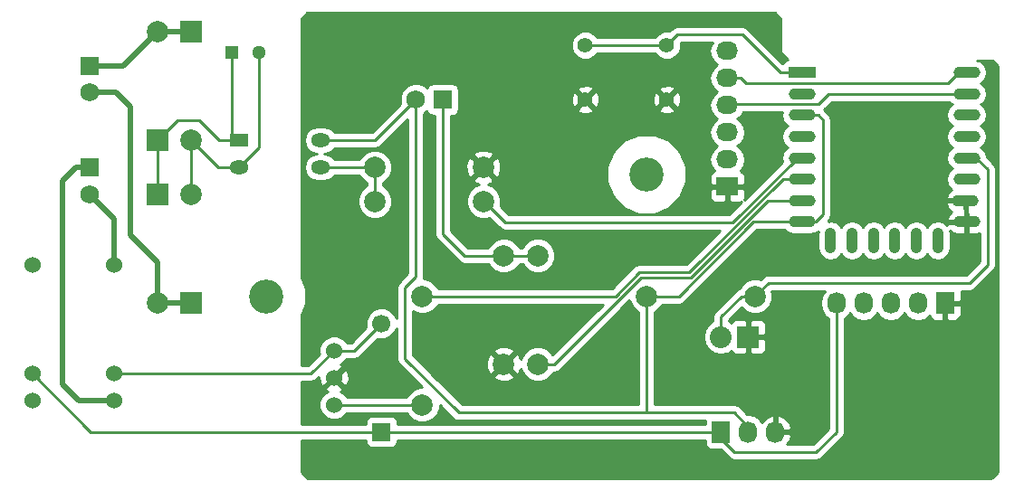
<source format=gbr>
G04 #@! TF.FileFunction,Copper,L1,Top,Signal*
%FSLAX46Y46*%
G04 Gerber Fmt 4.6, Leading zero omitted, Abs format (unit mm)*
G04 Created by KiCad (PCBNEW 4.0.3+e1-6302~38~ubuntu15.04.1-stable) date Sat Aug 20 23:13:29 2016*
%MOMM*%
%LPD*%
G01*
G04 APERTURE LIST*
%ADD10C,0.100000*%
%ADD11R,1.750000X1.750000*%
%ADD12C,1.750000*%
%ADD13R,1.300000X1.300000*%
%ADD14C,1.300000*%
%ADD15C,1.998980*%
%ADD16R,1.998980X1.998980*%
%ADD17R,1.778000X1.300000*%
%ADD18O,1.778000X1.300000*%
%ADD19R,2.500000X1.100000*%
%ADD20O,2.500000X1.100000*%
%ADD21O,1.100000X2.400000*%
%ADD22R,2.032000X2.032000*%
%ADD23O,2.032000X2.032000*%
%ADD24R,2.032000X1.727200*%
%ADD25O,2.032000X1.727200*%
%ADD26R,1.727200X2.032000*%
%ADD27O,1.727200X2.032000*%
%ADD28C,1.397000*%
%ADD29C,1.699260*%
%ADD30R,1.699260X1.699260*%
%ADD31C,1.524000*%
%ADD32C,3.200000*%
%ADD33C,0.250000*%
%ADD34C,0.500000*%
%ADD35C,0.254000*%
G04 APERTURE END LIST*
D10*
D11*
X161925000Y-83820000D03*
D12*
X159425000Y-83820000D03*
D13*
X142240000Y-79375000D03*
D14*
X144740000Y-79375000D03*
D15*
X138432540Y-87630000D03*
D16*
X138432540Y-77470000D03*
D15*
X138427460Y-92710000D03*
D16*
X138427460Y-102870000D03*
D15*
X135252460Y-77470000D03*
D16*
X135252460Y-87630000D03*
D15*
X135257540Y-102870000D03*
D16*
X135257540Y-92710000D03*
D11*
X128905000Y-80645000D03*
D12*
X128905000Y-83145000D03*
D11*
X128905000Y-90170000D03*
D12*
X128905000Y-92670000D03*
D15*
X155575000Y-90170000D03*
X165735000Y-90170000D03*
X165735000Y-93345000D03*
X155575000Y-93345000D03*
D17*
X142875000Y-87630000D03*
D18*
X142875000Y-90170000D03*
X150495000Y-90170000D03*
X150495000Y-87630000D03*
D19*
X195515000Y-81280000D03*
D20*
X195515000Y-83280000D03*
X195515000Y-85280000D03*
X195515000Y-87280000D03*
X195515000Y-89280000D03*
X195515000Y-91280000D03*
X195515000Y-93280000D03*
X195515000Y-95280000D03*
D21*
X198205000Y-97030000D03*
X200205000Y-97030000D03*
X202205000Y-97030000D03*
X204205000Y-97030000D03*
X206205000Y-97030000D03*
X208205000Y-97030000D03*
D20*
X210915000Y-95280000D03*
X210815000Y-93280000D03*
X210915000Y-91280000D03*
X210915000Y-89280000D03*
X210915000Y-87280000D03*
X210915000Y-85280000D03*
X210915000Y-83280000D03*
X210915000Y-81280000D03*
D22*
X190500000Y-106045000D03*
D23*
X187960000Y-106045000D03*
D24*
X188535000Y-91985000D03*
D25*
X188535000Y-89445000D03*
X188535000Y-86905000D03*
X188535000Y-84365000D03*
X188535000Y-81825000D03*
X188535000Y-79285000D03*
D26*
X208915000Y-102870000D03*
D27*
X206375000Y-102870000D03*
X203835000Y-102870000D03*
X201295000Y-102870000D03*
X198755000Y-102870000D03*
D26*
X187960000Y-114935000D03*
D27*
X190500000Y-114935000D03*
X193040000Y-114935000D03*
D15*
X167640000Y-98425000D03*
X167640000Y-108585000D03*
X170815000Y-108585000D03*
X170815000Y-98425000D03*
X180975000Y-102235000D03*
X191135000Y-102235000D03*
D28*
X182880000Y-78740000D03*
X182880000Y-83820000D03*
X175260000Y-78740000D03*
X175260000Y-83820000D03*
D29*
X156207460Y-104774480D03*
D30*
X156207460Y-114934480D03*
D15*
X160020000Y-112395000D03*
X160020000Y-102235000D03*
D31*
X123571000Y-112014000D03*
X123571000Y-109474000D03*
X131191000Y-112014000D03*
X131191000Y-109474000D03*
X131191000Y-99314000D03*
X123571000Y-99314000D03*
X151765000Y-109855000D03*
X151765000Y-107315000D03*
X151765000Y-112395000D03*
D32*
X145415000Y-102235000D03*
X180975000Y-90805000D03*
D33*
X135252460Y-87630000D02*
X135255000Y-87630000D01*
X135255000Y-87630000D02*
X137160000Y-85725000D01*
X137160000Y-85725000D02*
X139149730Y-85725000D01*
X139149730Y-85725000D02*
X141054730Y-87630000D01*
X141054730Y-87630000D02*
X142875000Y-87630000D01*
X142240000Y-79375000D02*
X142240000Y-86995000D01*
X142240000Y-86995000D02*
X142875000Y-87630000D01*
X135257540Y-92710000D02*
X135257540Y-87635080D01*
X135257540Y-87635080D02*
X135252460Y-87630000D01*
X144740000Y-79375000D02*
X144740000Y-88305000D01*
X144740000Y-88305000D02*
X142875000Y-90170000D01*
X142875000Y-90170000D02*
X140972540Y-90170000D01*
X140972540Y-90170000D02*
X138432540Y-87630000D01*
X138427460Y-92710000D02*
X138427460Y-87635080D01*
X138427460Y-87635080D02*
X138432540Y-87630000D01*
D34*
X135252460Y-77470000D02*
X138432540Y-77470000D01*
X128905000Y-80645000D02*
X132077460Y-80645000D01*
X132077460Y-80645000D02*
X135252460Y-77470000D01*
X128905000Y-83145000D02*
X131405000Y-83145000D01*
X135257540Y-99062540D02*
X135257540Y-102870000D01*
X132715000Y-96520000D02*
X135257540Y-99062540D01*
X132715000Y-84455000D02*
X132715000Y-96520000D01*
X131405000Y-83145000D02*
X132715000Y-84455000D01*
X138427460Y-102870000D02*
X135257540Y-102870000D01*
X128905000Y-90170000D02*
X127635000Y-90170000D01*
X127889000Y-112014000D02*
X131191000Y-112014000D01*
X126365000Y-110490000D02*
X127889000Y-112014000D01*
X126365000Y-91440000D02*
X126365000Y-110490000D01*
X127635000Y-90170000D02*
X126365000Y-91440000D01*
X131191000Y-99314000D02*
X131191000Y-94956000D01*
X131191000Y-94956000D02*
X128905000Y-92670000D01*
D33*
X159425000Y-83820000D02*
X159425000Y-100388998D01*
X159425000Y-100388998D02*
X158368851Y-101445147D01*
X158368851Y-101445147D02*
X158368851Y-108075256D01*
X158368851Y-108075256D02*
X163439625Y-113146030D01*
X163439625Y-113146030D02*
X180975000Y-113146030D01*
X180975000Y-113146030D02*
X180975000Y-110490000D01*
X180975000Y-110490000D02*
X180975000Y-113143227D01*
X180975000Y-113143227D02*
X189219141Y-113143227D01*
X189219141Y-113143227D02*
X190500000Y-114424086D01*
X190500000Y-114424086D02*
X190500000Y-114935000D01*
X180975000Y-102235000D02*
X184041069Y-102235000D01*
X184041069Y-102235000D02*
X190996069Y-95280000D01*
X190996069Y-95280000D02*
X196215000Y-95280000D01*
X196215000Y-85280000D02*
X197040000Y-85280000D01*
X197040000Y-85280000D02*
X197491650Y-85731650D01*
X197491650Y-85731650D02*
X197491650Y-94608350D01*
X197491650Y-94608350D02*
X196820000Y-95280000D01*
X196820000Y-95280000D02*
X196215000Y-95280000D01*
X180975000Y-102235000D02*
X180975000Y-110490000D01*
X150495000Y-87630000D02*
X155615000Y-87630000D01*
X155615000Y-87630000D02*
X159425000Y-83820000D01*
X156207460Y-114934480D02*
X187959480Y-114934480D01*
X187959480Y-114934480D02*
X187960000Y-114935000D01*
X156207460Y-114934480D02*
X129031480Y-114934480D01*
X129031480Y-114934480D02*
X123571000Y-109474000D01*
X187960000Y-114935000D02*
X187960000Y-115570000D01*
X187960000Y-115570000D02*
X189230000Y-116840000D01*
X189230000Y-116840000D02*
X196850000Y-116840000D01*
X196850000Y-116840000D02*
X198755000Y-114935000D01*
X198755000Y-114935000D02*
X198755000Y-102870000D01*
X165735000Y-93345000D02*
X165786932Y-93345000D01*
X165786932Y-93345000D02*
X167778822Y-95336890D01*
X167778822Y-95336890D02*
X189029948Y-95336890D01*
X189029948Y-95336890D02*
X195086838Y-89280000D01*
X195086838Y-89280000D02*
X196215000Y-89280000D01*
X196215000Y-89280000D02*
X194565000Y-89280000D01*
X150495000Y-90170000D02*
X155575000Y-90170000D01*
X155575000Y-90170000D02*
X155575000Y-93345000D01*
X161925000Y-83820000D02*
X161925000Y-96399407D01*
X161925000Y-96399407D02*
X163950593Y-98425000D01*
X163950593Y-98425000D02*
X167640000Y-98425000D01*
X167640000Y-98425000D02*
X170815000Y-98425000D01*
X191135000Y-102235000D02*
X191135000Y-102228439D01*
X191135000Y-102228439D02*
X192398439Y-100965000D01*
X192398439Y-100965000D02*
X211213344Y-100965000D01*
X211213344Y-100965000D02*
X212889950Y-99288394D01*
X212889950Y-99288394D02*
X212889950Y-90334950D01*
X211835000Y-89280000D02*
X210215000Y-89280000D01*
X212889950Y-90334950D02*
X211835000Y-89280000D01*
X191135000Y-102235000D02*
X191106883Y-102206883D01*
X191106883Y-102206883D02*
X191106883Y-101928458D01*
X187960000Y-106045000D02*
X187960000Y-104140000D01*
X189865000Y-102235000D02*
X191135000Y-102235000D01*
X187960000Y-104140000D02*
X189865000Y-102235000D01*
X210215000Y-83280000D02*
X198038423Y-83280000D01*
X198038423Y-83280000D02*
X197060435Y-84257988D01*
X197060435Y-84257988D02*
X188642012Y-84257988D01*
X188642012Y-84257988D02*
X188535000Y-84365000D01*
X188535000Y-81825000D02*
X189801000Y-81825000D01*
X189801000Y-81825000D02*
X190299187Y-82323187D01*
X190299187Y-82323187D02*
X209199297Y-82323187D01*
X209199297Y-82323187D02*
X210215000Y-81307484D01*
X210215000Y-81307484D02*
X210215000Y-81280000D01*
X192359659Y-93280000D02*
X196215000Y-93280000D01*
X185165877Y-100473782D02*
X192359659Y-93280000D01*
X180471839Y-100473782D02*
X185165877Y-100473782D01*
X172360622Y-108585000D02*
X180471839Y-100473782D01*
X170815000Y-108585000D02*
X172360622Y-108585000D01*
X182880000Y-78740000D02*
X183898224Y-77721776D01*
X183898224Y-77721776D02*
X189964376Y-77721776D01*
X189964376Y-77721776D02*
X193522600Y-81280000D01*
X193522600Y-81280000D02*
X196215000Y-81280000D01*
X175260000Y-78740000D02*
X182880000Y-78740000D01*
X178074211Y-102235000D02*
X180285440Y-100023771D01*
X160020000Y-102235000D02*
X178074211Y-102235000D01*
X180285440Y-100023771D02*
X184979477Y-100023771D01*
X193723248Y-91280000D02*
X196215000Y-91280000D01*
X184979477Y-100023771D02*
X193723248Y-91280000D01*
X196215000Y-91280000D02*
X195105000Y-91280000D01*
X151765000Y-107315000D02*
X153666940Y-107315000D01*
X153666940Y-107315000D02*
X156207460Y-104774480D01*
X131191000Y-109474000D02*
X149606000Y-109474000D01*
X149606000Y-109474000D02*
X151765000Y-107315000D01*
X151765000Y-112395000D02*
X160020000Y-112395000D01*
D35*
G36*
X213868000Y-80697606D02*
X213868000Y-118692394D01*
X213354897Y-119205497D01*
X213116082Y-119253000D01*
X149277606Y-119253000D01*
X148717000Y-118692394D01*
X148717000Y-115694480D01*
X154710390Y-115694480D01*
X154710390Y-115784110D01*
X154754668Y-116019427D01*
X154893740Y-116235551D01*
X155105940Y-116380541D01*
X155357830Y-116431550D01*
X157057090Y-116431550D01*
X157292407Y-116387272D01*
X157508531Y-116248200D01*
X157653521Y-116036000D01*
X157704530Y-115784110D01*
X157704530Y-115694480D01*
X186448960Y-115694480D01*
X186448960Y-115951000D01*
X186493238Y-116186317D01*
X186632310Y-116402441D01*
X186844510Y-116547431D01*
X187096400Y-116598440D01*
X187913638Y-116598440D01*
X188692599Y-117377401D01*
X188939160Y-117542148D01*
X189230000Y-117600000D01*
X196850000Y-117600000D01*
X197140839Y-117542148D01*
X197387401Y-117377401D01*
X199292401Y-115472401D01*
X199457148Y-115225839D01*
X199515000Y-114935000D01*
X199515000Y-104314648D01*
X199814670Y-104114415D01*
X200025000Y-103799634D01*
X200235330Y-104114415D01*
X200721511Y-104439271D01*
X201295000Y-104553345D01*
X201868489Y-104439271D01*
X202354670Y-104114415D01*
X202565000Y-103799634D01*
X202775330Y-104114415D01*
X203261511Y-104439271D01*
X203835000Y-104553345D01*
X204408489Y-104439271D01*
X204894670Y-104114415D01*
X205105000Y-103799634D01*
X205315330Y-104114415D01*
X205801511Y-104439271D01*
X206375000Y-104553345D01*
X206948489Y-104439271D01*
X207434670Y-104114415D01*
X207449500Y-104092220D01*
X207513073Y-104245698D01*
X207691701Y-104424327D01*
X207925090Y-104521000D01*
X208629250Y-104521000D01*
X208788000Y-104362250D01*
X208788000Y-102997000D01*
X209042000Y-102997000D01*
X209042000Y-104362250D01*
X209200750Y-104521000D01*
X209904910Y-104521000D01*
X210138299Y-104424327D01*
X210316927Y-104245698D01*
X210413600Y-104012309D01*
X210413600Y-103155750D01*
X210254850Y-102997000D01*
X209042000Y-102997000D01*
X208788000Y-102997000D01*
X208768000Y-102997000D01*
X208768000Y-102743000D01*
X208788000Y-102743000D01*
X208788000Y-102723000D01*
X209042000Y-102723000D01*
X209042000Y-102743000D01*
X210254850Y-102743000D01*
X210413600Y-102584250D01*
X210413600Y-101727691D01*
X210412485Y-101725000D01*
X211213344Y-101725000D01*
X211504183Y-101667148D01*
X211750745Y-101502401D01*
X213427351Y-99825795D01*
X213592098Y-99579233D01*
X213649950Y-99288394D01*
X213649950Y-90334950D01*
X213592098Y-90044111D01*
X213427351Y-89797549D01*
X212818834Y-89189032D01*
X212746726Y-88826520D01*
X212489851Y-88442078D01*
X212247283Y-88280000D01*
X212489851Y-88117922D01*
X212746726Y-87733480D01*
X212836929Y-87280000D01*
X212746726Y-86826520D01*
X212489851Y-86442078D01*
X212247283Y-86280000D01*
X212489851Y-86117922D01*
X212746726Y-85733480D01*
X212836929Y-85280000D01*
X212746726Y-84826520D01*
X212489851Y-84442078D01*
X212247283Y-84280000D01*
X212489851Y-84117922D01*
X212746726Y-83733480D01*
X212836929Y-83280000D01*
X212746726Y-82826520D01*
X212489851Y-82442078D01*
X212247283Y-82280000D01*
X212489851Y-82117922D01*
X212746726Y-81733480D01*
X212836929Y-81280000D01*
X212746726Y-80826520D01*
X212489851Y-80442078D01*
X212105409Y-80185203D01*
X211863077Y-80137000D01*
X213307394Y-80137000D01*
X213868000Y-80697606D01*
X213868000Y-80697606D01*
G37*
X213868000Y-80697606D02*
X213868000Y-118692394D01*
X213354897Y-119205497D01*
X213116082Y-119253000D01*
X149277606Y-119253000D01*
X148717000Y-118692394D01*
X148717000Y-115694480D01*
X154710390Y-115694480D01*
X154710390Y-115784110D01*
X154754668Y-116019427D01*
X154893740Y-116235551D01*
X155105940Y-116380541D01*
X155357830Y-116431550D01*
X157057090Y-116431550D01*
X157292407Y-116387272D01*
X157508531Y-116248200D01*
X157653521Y-116036000D01*
X157704530Y-115784110D01*
X157704530Y-115694480D01*
X186448960Y-115694480D01*
X186448960Y-115951000D01*
X186493238Y-116186317D01*
X186632310Y-116402441D01*
X186844510Y-116547431D01*
X187096400Y-116598440D01*
X187913638Y-116598440D01*
X188692599Y-117377401D01*
X188939160Y-117542148D01*
X189230000Y-117600000D01*
X196850000Y-117600000D01*
X197140839Y-117542148D01*
X197387401Y-117377401D01*
X199292401Y-115472401D01*
X199457148Y-115225839D01*
X199515000Y-114935000D01*
X199515000Y-104314648D01*
X199814670Y-104114415D01*
X200025000Y-103799634D01*
X200235330Y-104114415D01*
X200721511Y-104439271D01*
X201295000Y-104553345D01*
X201868489Y-104439271D01*
X202354670Y-104114415D01*
X202565000Y-103799634D01*
X202775330Y-104114415D01*
X203261511Y-104439271D01*
X203835000Y-104553345D01*
X204408489Y-104439271D01*
X204894670Y-104114415D01*
X205105000Y-103799634D01*
X205315330Y-104114415D01*
X205801511Y-104439271D01*
X206375000Y-104553345D01*
X206948489Y-104439271D01*
X207434670Y-104114415D01*
X207449500Y-104092220D01*
X207513073Y-104245698D01*
X207691701Y-104424327D01*
X207925090Y-104521000D01*
X208629250Y-104521000D01*
X208788000Y-104362250D01*
X208788000Y-102997000D01*
X209042000Y-102997000D01*
X209042000Y-104362250D01*
X209200750Y-104521000D01*
X209904910Y-104521000D01*
X210138299Y-104424327D01*
X210316927Y-104245698D01*
X210413600Y-104012309D01*
X210413600Y-103155750D01*
X210254850Y-102997000D01*
X209042000Y-102997000D01*
X208788000Y-102997000D01*
X208768000Y-102997000D01*
X208768000Y-102743000D01*
X208788000Y-102743000D01*
X208788000Y-102723000D01*
X209042000Y-102723000D01*
X209042000Y-102743000D01*
X210254850Y-102743000D01*
X210413600Y-102584250D01*
X210413600Y-101727691D01*
X210412485Y-101725000D01*
X211213344Y-101725000D01*
X211504183Y-101667148D01*
X211750745Y-101502401D01*
X213427351Y-99825795D01*
X213592098Y-99579233D01*
X213649950Y-99288394D01*
X213649950Y-90334950D01*
X213592098Y-90044111D01*
X213427351Y-89797549D01*
X212818834Y-89189032D01*
X212746726Y-88826520D01*
X212489851Y-88442078D01*
X212247283Y-88280000D01*
X212489851Y-88117922D01*
X212746726Y-87733480D01*
X212836929Y-87280000D01*
X212746726Y-86826520D01*
X212489851Y-86442078D01*
X212247283Y-86280000D01*
X212489851Y-86117922D01*
X212746726Y-85733480D01*
X212836929Y-85280000D01*
X212746726Y-84826520D01*
X212489851Y-84442078D01*
X212247283Y-84280000D01*
X212489851Y-84117922D01*
X212746726Y-83733480D01*
X212836929Y-83280000D01*
X212746726Y-82826520D01*
X212489851Y-82442078D01*
X212247283Y-82280000D01*
X212489851Y-82117922D01*
X212746726Y-81733480D01*
X212836929Y-81280000D01*
X212746726Y-80826520D01*
X212489851Y-80442078D01*
X212105409Y-80185203D01*
X211863077Y-80137000D01*
X213307394Y-80137000D01*
X213868000Y-80697606D01*
G36*
X209340149Y-84117922D02*
X209582717Y-84280000D01*
X209340149Y-84442078D01*
X209083274Y-84826520D01*
X208993071Y-85280000D01*
X209083274Y-85733480D01*
X209340149Y-86117922D01*
X209582717Y-86280000D01*
X209340149Y-86442078D01*
X209083274Y-86826520D01*
X208993071Y-87280000D01*
X209083274Y-87733480D01*
X209340149Y-88117922D01*
X209582717Y-88280000D01*
X209340149Y-88442078D01*
X209083274Y-88826520D01*
X208993071Y-89280000D01*
X209083274Y-89733480D01*
X209340149Y-90117922D01*
X209582717Y-90280000D01*
X209340149Y-90442078D01*
X209083274Y-90826520D01*
X208993071Y-91280000D01*
X209083274Y-91733480D01*
X209340149Y-92117922D01*
X209530583Y-92245165D01*
X209187276Y-92531882D01*
X208971602Y-92943854D01*
X208971197Y-92970256D01*
X209096639Y-93153000D01*
X210688000Y-93153000D01*
X210688000Y-93133000D01*
X210942000Y-93133000D01*
X210942000Y-93153000D01*
X210962000Y-93153000D01*
X210962000Y-93407000D01*
X210942000Y-93407000D01*
X210942000Y-94465000D01*
X211042000Y-94465000D01*
X211042000Y-95153000D01*
X211062000Y-95153000D01*
X211062000Y-95407000D01*
X211042000Y-95407000D01*
X211042000Y-96465000D01*
X211742000Y-96465000D01*
X212129950Y-96343667D01*
X212129950Y-98973592D01*
X210898542Y-100205000D01*
X192398439Y-100205000D01*
X192107600Y-100262852D01*
X191861038Y-100427599D01*
X191621447Y-100667190D01*
X191461547Y-100600794D01*
X190811306Y-100600226D01*
X190210345Y-100848538D01*
X189750154Y-101307927D01*
X189664193Y-101514943D01*
X189574161Y-101532852D01*
X189327599Y-101697599D01*
X187422599Y-103602599D01*
X187257852Y-103849161D01*
X187200000Y-104140000D01*
X187200000Y-104572984D01*
X186792567Y-104845222D01*
X186434675Y-105380845D01*
X186309000Y-106012655D01*
X186309000Y-106077345D01*
X186434675Y-106709155D01*
X186792567Y-107244778D01*
X187328190Y-107602670D01*
X187960000Y-107728345D01*
X188591810Y-107602670D01*
X188928001Y-107378034D01*
X188945673Y-107420698D01*
X189124301Y-107599327D01*
X189357690Y-107696000D01*
X190214250Y-107696000D01*
X190373000Y-107537250D01*
X190373000Y-106172000D01*
X190627000Y-106172000D01*
X190627000Y-107537250D01*
X190785750Y-107696000D01*
X191642310Y-107696000D01*
X191875699Y-107599327D01*
X192054327Y-107420698D01*
X192151000Y-107187309D01*
X192151000Y-106330750D01*
X191992250Y-106172000D01*
X190627000Y-106172000D01*
X190373000Y-106172000D01*
X190353000Y-106172000D01*
X190353000Y-105918000D01*
X190373000Y-105918000D01*
X190373000Y-104552750D01*
X190627000Y-104552750D01*
X190627000Y-105918000D01*
X191992250Y-105918000D01*
X192151000Y-105759250D01*
X192151000Y-104902691D01*
X192054327Y-104669302D01*
X191875699Y-104490673D01*
X191642310Y-104394000D01*
X190785750Y-104394000D01*
X190627000Y-104552750D01*
X190373000Y-104552750D01*
X190214250Y-104394000D01*
X189357690Y-104394000D01*
X189124301Y-104490673D01*
X188945673Y-104669302D01*
X188928001Y-104711966D01*
X188720000Y-104572984D01*
X188720000Y-104454802D01*
X189881726Y-103293076D01*
X190207927Y-103619846D01*
X190808453Y-103869206D01*
X191458694Y-103869774D01*
X192059655Y-103621462D01*
X192519846Y-103162073D01*
X192769206Y-102561547D01*
X192769774Y-101911306D01*
X192698772Y-101739469D01*
X192713241Y-101725000D01*
X197628903Y-101725000D01*
X197370474Y-102111766D01*
X197256400Y-102685255D01*
X197256400Y-103054745D01*
X197370474Y-103628234D01*
X197695330Y-104114415D01*
X197995000Y-104314648D01*
X197995000Y-114620198D01*
X196535198Y-116080000D01*
X194125850Y-116080000D01*
X194331954Y-115849320D01*
X194525184Y-115296913D01*
X194380924Y-115062000D01*
X193167000Y-115062000D01*
X193167000Y-115082000D01*
X192913000Y-115082000D01*
X192913000Y-115062000D01*
X192893000Y-115062000D01*
X192893000Y-114808000D01*
X192913000Y-114808000D01*
X192913000Y-113448783D01*
X193167000Y-113448783D01*
X193167000Y-114808000D01*
X194380924Y-114808000D01*
X194525184Y-114573087D01*
X194331954Y-114020680D01*
X193942036Y-113584268D01*
X193414791Y-113330291D01*
X193399026Y-113327642D01*
X193167000Y-113448783D01*
X192913000Y-113448783D01*
X192680974Y-113327642D01*
X192665209Y-113330291D01*
X192137964Y-113584268D01*
X191766461Y-114000069D01*
X191559670Y-113690585D01*
X191073489Y-113365729D01*
X190500000Y-113251655D01*
X190418569Y-113267853D01*
X189756542Y-112605826D01*
X189509980Y-112441079D01*
X189219141Y-112383227D01*
X181735000Y-112383227D01*
X181735000Y-103689496D01*
X181899655Y-103621462D01*
X182359846Y-103162073D01*
X182429221Y-102995000D01*
X184041069Y-102995000D01*
X184331908Y-102937148D01*
X184578470Y-102772401D01*
X191310871Y-96040000D01*
X193888083Y-96040000D01*
X193940149Y-96117922D01*
X194324591Y-96374797D01*
X194778071Y-96465000D01*
X196251929Y-96465000D01*
X196705409Y-96374797D01*
X197061167Y-96137088D01*
X197020000Y-96344050D01*
X197020000Y-97715950D01*
X197110203Y-98169430D01*
X197367078Y-98553872D01*
X197751520Y-98810747D01*
X198205000Y-98900950D01*
X198658480Y-98810747D01*
X199042922Y-98553872D01*
X199205000Y-98311304D01*
X199367078Y-98553872D01*
X199751520Y-98810747D01*
X200205000Y-98900950D01*
X200658480Y-98810747D01*
X201042922Y-98553872D01*
X201205000Y-98311304D01*
X201367078Y-98553872D01*
X201751520Y-98810747D01*
X202205000Y-98900950D01*
X202658480Y-98810747D01*
X203042922Y-98553872D01*
X203205000Y-98311304D01*
X203367078Y-98553872D01*
X203751520Y-98810747D01*
X204205000Y-98900950D01*
X204658480Y-98810747D01*
X205042922Y-98553872D01*
X205205000Y-98311304D01*
X205367078Y-98553872D01*
X205751520Y-98810747D01*
X206205000Y-98900950D01*
X206658480Y-98810747D01*
X207042922Y-98553872D01*
X207205000Y-98311304D01*
X207367078Y-98553872D01*
X207751520Y-98810747D01*
X208205000Y-98900950D01*
X208658480Y-98810747D01*
X209042922Y-98553872D01*
X209299797Y-98169430D01*
X209390000Y-97715950D01*
X209390000Y-96344050D01*
X209335102Y-96068061D01*
X209644187Y-96326196D01*
X210088000Y-96465000D01*
X210788000Y-96465000D01*
X210788000Y-95407000D01*
X209196639Y-95407000D01*
X209085181Y-95569373D01*
X209042922Y-95506128D01*
X208658480Y-95249253D01*
X208205000Y-95159050D01*
X207751520Y-95249253D01*
X207367078Y-95506128D01*
X207205000Y-95748696D01*
X207042922Y-95506128D01*
X206658480Y-95249253D01*
X206205000Y-95159050D01*
X205751520Y-95249253D01*
X205367078Y-95506128D01*
X205205000Y-95748696D01*
X205042922Y-95506128D01*
X204658480Y-95249253D01*
X204205000Y-95159050D01*
X203751520Y-95249253D01*
X203367078Y-95506128D01*
X203205000Y-95748696D01*
X203042922Y-95506128D01*
X202658480Y-95249253D01*
X202205000Y-95159050D01*
X201751520Y-95249253D01*
X201367078Y-95506128D01*
X201205000Y-95748696D01*
X201042922Y-95506128D01*
X200658480Y-95249253D01*
X200205000Y-95159050D01*
X199751520Y-95249253D01*
X199367078Y-95506128D01*
X199205000Y-95748696D01*
X199042922Y-95506128D01*
X198658480Y-95249253D01*
X198205000Y-95159050D01*
X197968761Y-95206041D01*
X198029051Y-95145751D01*
X198193798Y-94899189D01*
X198251650Y-94608350D01*
X198251650Y-93589744D01*
X208971197Y-93589744D01*
X208971602Y-93616146D01*
X209187276Y-94028118D01*
X209538873Y-94321758D01*
X209287276Y-94531882D01*
X209071602Y-94943854D01*
X209071197Y-94970256D01*
X209196639Y-95153000D01*
X210788000Y-95153000D01*
X210788000Y-94095000D01*
X210688000Y-94095000D01*
X210688000Y-93407000D01*
X209096639Y-93407000D01*
X208971197Y-93589744D01*
X198251650Y-93589744D01*
X198251650Y-85731650D01*
X198193798Y-85440811D01*
X198029051Y-85194249D01*
X197614014Y-84779212D01*
X198353225Y-84040000D01*
X209288083Y-84040000D01*
X209340149Y-84117922D01*
X209340149Y-84117922D01*
G37*
X209340149Y-84117922D02*
X209582717Y-84280000D01*
X209340149Y-84442078D01*
X209083274Y-84826520D01*
X208993071Y-85280000D01*
X209083274Y-85733480D01*
X209340149Y-86117922D01*
X209582717Y-86280000D01*
X209340149Y-86442078D01*
X209083274Y-86826520D01*
X208993071Y-87280000D01*
X209083274Y-87733480D01*
X209340149Y-88117922D01*
X209582717Y-88280000D01*
X209340149Y-88442078D01*
X209083274Y-88826520D01*
X208993071Y-89280000D01*
X209083274Y-89733480D01*
X209340149Y-90117922D01*
X209582717Y-90280000D01*
X209340149Y-90442078D01*
X209083274Y-90826520D01*
X208993071Y-91280000D01*
X209083274Y-91733480D01*
X209340149Y-92117922D01*
X209530583Y-92245165D01*
X209187276Y-92531882D01*
X208971602Y-92943854D01*
X208971197Y-92970256D01*
X209096639Y-93153000D01*
X210688000Y-93153000D01*
X210688000Y-93133000D01*
X210942000Y-93133000D01*
X210942000Y-93153000D01*
X210962000Y-93153000D01*
X210962000Y-93407000D01*
X210942000Y-93407000D01*
X210942000Y-94465000D01*
X211042000Y-94465000D01*
X211042000Y-95153000D01*
X211062000Y-95153000D01*
X211062000Y-95407000D01*
X211042000Y-95407000D01*
X211042000Y-96465000D01*
X211742000Y-96465000D01*
X212129950Y-96343667D01*
X212129950Y-98973592D01*
X210898542Y-100205000D01*
X192398439Y-100205000D01*
X192107600Y-100262852D01*
X191861038Y-100427599D01*
X191621447Y-100667190D01*
X191461547Y-100600794D01*
X190811306Y-100600226D01*
X190210345Y-100848538D01*
X189750154Y-101307927D01*
X189664193Y-101514943D01*
X189574161Y-101532852D01*
X189327599Y-101697599D01*
X187422599Y-103602599D01*
X187257852Y-103849161D01*
X187200000Y-104140000D01*
X187200000Y-104572984D01*
X186792567Y-104845222D01*
X186434675Y-105380845D01*
X186309000Y-106012655D01*
X186309000Y-106077345D01*
X186434675Y-106709155D01*
X186792567Y-107244778D01*
X187328190Y-107602670D01*
X187960000Y-107728345D01*
X188591810Y-107602670D01*
X188928001Y-107378034D01*
X188945673Y-107420698D01*
X189124301Y-107599327D01*
X189357690Y-107696000D01*
X190214250Y-107696000D01*
X190373000Y-107537250D01*
X190373000Y-106172000D01*
X190627000Y-106172000D01*
X190627000Y-107537250D01*
X190785750Y-107696000D01*
X191642310Y-107696000D01*
X191875699Y-107599327D01*
X192054327Y-107420698D01*
X192151000Y-107187309D01*
X192151000Y-106330750D01*
X191992250Y-106172000D01*
X190627000Y-106172000D01*
X190373000Y-106172000D01*
X190353000Y-106172000D01*
X190353000Y-105918000D01*
X190373000Y-105918000D01*
X190373000Y-104552750D01*
X190627000Y-104552750D01*
X190627000Y-105918000D01*
X191992250Y-105918000D01*
X192151000Y-105759250D01*
X192151000Y-104902691D01*
X192054327Y-104669302D01*
X191875699Y-104490673D01*
X191642310Y-104394000D01*
X190785750Y-104394000D01*
X190627000Y-104552750D01*
X190373000Y-104552750D01*
X190214250Y-104394000D01*
X189357690Y-104394000D01*
X189124301Y-104490673D01*
X188945673Y-104669302D01*
X188928001Y-104711966D01*
X188720000Y-104572984D01*
X188720000Y-104454802D01*
X189881726Y-103293076D01*
X190207927Y-103619846D01*
X190808453Y-103869206D01*
X191458694Y-103869774D01*
X192059655Y-103621462D01*
X192519846Y-103162073D01*
X192769206Y-102561547D01*
X192769774Y-101911306D01*
X192698772Y-101739469D01*
X192713241Y-101725000D01*
X197628903Y-101725000D01*
X197370474Y-102111766D01*
X197256400Y-102685255D01*
X197256400Y-103054745D01*
X197370474Y-103628234D01*
X197695330Y-104114415D01*
X197995000Y-104314648D01*
X197995000Y-114620198D01*
X196535198Y-116080000D01*
X194125850Y-116080000D01*
X194331954Y-115849320D01*
X194525184Y-115296913D01*
X194380924Y-115062000D01*
X193167000Y-115062000D01*
X193167000Y-115082000D01*
X192913000Y-115082000D01*
X192913000Y-115062000D01*
X192893000Y-115062000D01*
X192893000Y-114808000D01*
X192913000Y-114808000D01*
X192913000Y-113448783D01*
X193167000Y-113448783D01*
X193167000Y-114808000D01*
X194380924Y-114808000D01*
X194525184Y-114573087D01*
X194331954Y-114020680D01*
X193942036Y-113584268D01*
X193414791Y-113330291D01*
X193399026Y-113327642D01*
X193167000Y-113448783D01*
X192913000Y-113448783D01*
X192680974Y-113327642D01*
X192665209Y-113330291D01*
X192137964Y-113584268D01*
X191766461Y-114000069D01*
X191559670Y-113690585D01*
X191073489Y-113365729D01*
X190500000Y-113251655D01*
X190418569Y-113267853D01*
X189756542Y-112605826D01*
X189509980Y-112441079D01*
X189219141Y-112383227D01*
X181735000Y-112383227D01*
X181735000Y-103689496D01*
X181899655Y-103621462D01*
X182359846Y-103162073D01*
X182429221Y-102995000D01*
X184041069Y-102995000D01*
X184331908Y-102937148D01*
X184578470Y-102772401D01*
X191310871Y-96040000D01*
X193888083Y-96040000D01*
X193940149Y-96117922D01*
X194324591Y-96374797D01*
X194778071Y-96465000D01*
X196251929Y-96465000D01*
X196705409Y-96374797D01*
X197061167Y-96137088D01*
X197020000Y-96344050D01*
X197020000Y-97715950D01*
X197110203Y-98169430D01*
X197367078Y-98553872D01*
X197751520Y-98810747D01*
X198205000Y-98900950D01*
X198658480Y-98810747D01*
X199042922Y-98553872D01*
X199205000Y-98311304D01*
X199367078Y-98553872D01*
X199751520Y-98810747D01*
X200205000Y-98900950D01*
X200658480Y-98810747D01*
X201042922Y-98553872D01*
X201205000Y-98311304D01*
X201367078Y-98553872D01*
X201751520Y-98810747D01*
X202205000Y-98900950D01*
X202658480Y-98810747D01*
X203042922Y-98553872D01*
X203205000Y-98311304D01*
X203367078Y-98553872D01*
X203751520Y-98810747D01*
X204205000Y-98900950D01*
X204658480Y-98810747D01*
X205042922Y-98553872D01*
X205205000Y-98311304D01*
X205367078Y-98553872D01*
X205751520Y-98810747D01*
X206205000Y-98900950D01*
X206658480Y-98810747D01*
X207042922Y-98553872D01*
X207205000Y-98311304D01*
X207367078Y-98553872D01*
X207751520Y-98810747D01*
X208205000Y-98900950D01*
X208658480Y-98810747D01*
X209042922Y-98553872D01*
X209299797Y-98169430D01*
X209390000Y-97715950D01*
X209390000Y-96344050D01*
X209335102Y-96068061D01*
X209644187Y-96326196D01*
X210088000Y-96465000D01*
X210788000Y-96465000D01*
X210788000Y-95407000D01*
X209196639Y-95407000D01*
X209085181Y-95569373D01*
X209042922Y-95506128D01*
X208658480Y-95249253D01*
X208205000Y-95159050D01*
X207751520Y-95249253D01*
X207367078Y-95506128D01*
X207205000Y-95748696D01*
X207042922Y-95506128D01*
X206658480Y-95249253D01*
X206205000Y-95159050D01*
X205751520Y-95249253D01*
X205367078Y-95506128D01*
X205205000Y-95748696D01*
X205042922Y-95506128D01*
X204658480Y-95249253D01*
X204205000Y-95159050D01*
X203751520Y-95249253D01*
X203367078Y-95506128D01*
X203205000Y-95748696D01*
X203042922Y-95506128D01*
X202658480Y-95249253D01*
X202205000Y-95159050D01*
X201751520Y-95249253D01*
X201367078Y-95506128D01*
X201205000Y-95748696D01*
X201042922Y-95506128D01*
X200658480Y-95249253D01*
X200205000Y-95159050D01*
X199751520Y-95249253D01*
X199367078Y-95506128D01*
X199205000Y-95748696D01*
X199042922Y-95506128D01*
X198658480Y-95249253D01*
X198205000Y-95159050D01*
X197968761Y-95206041D01*
X198029051Y-95145751D01*
X198193798Y-94899189D01*
X198251650Y-94608350D01*
X198251650Y-93589744D01*
X208971197Y-93589744D01*
X208971602Y-93616146D01*
X209187276Y-94028118D01*
X209538873Y-94321758D01*
X209287276Y-94531882D01*
X209071602Y-94943854D01*
X209071197Y-94970256D01*
X209196639Y-95153000D01*
X210788000Y-95153000D01*
X210788000Y-94095000D01*
X210688000Y-94095000D01*
X210688000Y-93407000D01*
X209096639Y-93407000D01*
X208971197Y-93589744D01*
X198251650Y-93589744D01*
X198251650Y-85731650D01*
X198193798Y-85440811D01*
X198029051Y-85194249D01*
X197614014Y-84779212D01*
X198353225Y-84040000D01*
X209288083Y-84040000D01*
X209340149Y-84117922D01*
G36*
X157608851Y-108075256D02*
X157666703Y-108366095D01*
X157831450Y-108612657D01*
X159979266Y-110760473D01*
X159696306Y-110760226D01*
X159095345Y-111008538D01*
X158635154Y-111467927D01*
X158565779Y-111635000D01*
X152962531Y-111635000D01*
X152950010Y-111604697D01*
X152557370Y-111211371D01*
X152365273Y-111131605D01*
X152496143Y-111077397D01*
X152565608Y-110835213D01*
X151765000Y-110034605D01*
X150964392Y-110835213D01*
X151033857Y-111077397D01*
X151174318Y-111127509D01*
X150974697Y-111209990D01*
X150581371Y-111602630D01*
X150368243Y-112115900D01*
X150367758Y-112671661D01*
X150579990Y-113185303D01*
X150972630Y-113578629D01*
X151485900Y-113791757D01*
X152041661Y-113792242D01*
X152555303Y-113580010D01*
X152948629Y-113187370D01*
X152962070Y-113155000D01*
X158565504Y-113155000D01*
X158633538Y-113319655D01*
X159092927Y-113779846D01*
X159693453Y-114029206D01*
X160343694Y-114029774D01*
X160944655Y-113781462D01*
X161404846Y-113322073D01*
X161654206Y-112721547D01*
X161654456Y-112435663D01*
X162902224Y-113683431D01*
X163148785Y-113848178D01*
X163439625Y-113906030D01*
X180975000Y-113906030D01*
X180989092Y-113903227D01*
X186452154Y-113903227D01*
X186448960Y-113919000D01*
X186448960Y-114174480D01*
X157704530Y-114174480D01*
X157704530Y-114084850D01*
X157660252Y-113849533D01*
X157521180Y-113633409D01*
X157308980Y-113488419D01*
X157057090Y-113437410D01*
X155357830Y-113437410D01*
X155122513Y-113481688D01*
X154906389Y-113620760D01*
X154761399Y-113832960D01*
X154710390Y-114084850D01*
X154710390Y-114174480D01*
X148717000Y-114174480D01*
X148717000Y-110234000D01*
X149606000Y-110234000D01*
X149896839Y-110176148D01*
X150143401Y-110011401D01*
X150363084Y-109791718D01*
X150383638Y-110202368D01*
X150542603Y-110586143D01*
X150784787Y-110655608D01*
X151585395Y-109855000D01*
X151944605Y-109855000D01*
X152745213Y-110655608D01*
X152987397Y-110586143D01*
X153174144Y-110062698D01*
X153146362Y-109507632D01*
X152987397Y-109123857D01*
X152745213Y-109054392D01*
X151944605Y-109855000D01*
X151585395Y-109855000D01*
X151571253Y-109840858D01*
X151750858Y-109661253D01*
X151765000Y-109675395D01*
X152565608Y-108874787D01*
X152496143Y-108632603D01*
X152355682Y-108582491D01*
X152555303Y-108500010D01*
X152948629Y-108107370D01*
X152962070Y-108075000D01*
X153666940Y-108075000D01*
X153957779Y-108017148D01*
X154204341Y-107852401D01*
X155831034Y-106225708D01*
X155910853Y-106258852D01*
X156501476Y-106259368D01*
X157047337Y-106033822D01*
X157465334Y-105616554D01*
X157608851Y-105270927D01*
X157608851Y-108075256D01*
X157608851Y-108075256D01*
G37*
X157608851Y-108075256D02*
X157666703Y-108366095D01*
X157831450Y-108612657D01*
X159979266Y-110760473D01*
X159696306Y-110760226D01*
X159095345Y-111008538D01*
X158635154Y-111467927D01*
X158565779Y-111635000D01*
X152962531Y-111635000D01*
X152950010Y-111604697D01*
X152557370Y-111211371D01*
X152365273Y-111131605D01*
X152496143Y-111077397D01*
X152565608Y-110835213D01*
X151765000Y-110034605D01*
X150964392Y-110835213D01*
X151033857Y-111077397D01*
X151174318Y-111127509D01*
X150974697Y-111209990D01*
X150581371Y-111602630D01*
X150368243Y-112115900D01*
X150367758Y-112671661D01*
X150579990Y-113185303D01*
X150972630Y-113578629D01*
X151485900Y-113791757D01*
X152041661Y-113792242D01*
X152555303Y-113580010D01*
X152948629Y-113187370D01*
X152962070Y-113155000D01*
X158565504Y-113155000D01*
X158633538Y-113319655D01*
X159092927Y-113779846D01*
X159693453Y-114029206D01*
X160343694Y-114029774D01*
X160944655Y-113781462D01*
X161404846Y-113322073D01*
X161654206Y-112721547D01*
X161654456Y-112435663D01*
X162902224Y-113683431D01*
X163148785Y-113848178D01*
X163439625Y-113906030D01*
X180975000Y-113906030D01*
X180989092Y-113903227D01*
X186452154Y-113903227D01*
X186448960Y-113919000D01*
X186448960Y-114174480D01*
X157704530Y-114174480D01*
X157704530Y-114084850D01*
X157660252Y-113849533D01*
X157521180Y-113633409D01*
X157308980Y-113488419D01*
X157057090Y-113437410D01*
X155357830Y-113437410D01*
X155122513Y-113481688D01*
X154906389Y-113620760D01*
X154761399Y-113832960D01*
X154710390Y-114084850D01*
X154710390Y-114174480D01*
X148717000Y-114174480D01*
X148717000Y-110234000D01*
X149606000Y-110234000D01*
X149896839Y-110176148D01*
X150143401Y-110011401D01*
X150363084Y-109791718D01*
X150383638Y-110202368D01*
X150542603Y-110586143D01*
X150784787Y-110655608D01*
X151585395Y-109855000D01*
X151944605Y-109855000D01*
X152745213Y-110655608D01*
X152987397Y-110586143D01*
X153174144Y-110062698D01*
X153146362Y-109507632D01*
X152987397Y-109123857D01*
X152745213Y-109054392D01*
X151944605Y-109855000D01*
X151585395Y-109855000D01*
X151571253Y-109840858D01*
X151750858Y-109661253D01*
X151765000Y-109675395D01*
X152565608Y-108874787D01*
X152496143Y-108632603D01*
X152355682Y-108582491D01*
X152555303Y-108500010D01*
X152948629Y-108107370D01*
X152962070Y-108075000D01*
X153666940Y-108075000D01*
X153957779Y-108017148D01*
X154204341Y-107852401D01*
X155831034Y-106225708D01*
X155910853Y-106258852D01*
X156501476Y-106259368D01*
X157047337Y-106033822D01*
X157465334Y-105616554D01*
X157608851Y-105270927D01*
X157608851Y-108075256D01*
G36*
X179588538Y-103159655D02*
X180047927Y-103619846D01*
X180215000Y-103689221D01*
X180215000Y-112386030D01*
X163754427Y-112386030D01*
X161105560Y-109737163D01*
X166667443Y-109737163D01*
X166766042Y-110003965D01*
X167375582Y-110230401D01*
X168025377Y-110206341D01*
X168513958Y-110003965D01*
X168612557Y-109737163D01*
X167640000Y-108764605D01*
X166667443Y-109737163D01*
X161105560Y-109737163D01*
X159688979Y-108320582D01*
X165994599Y-108320582D01*
X166018659Y-108970377D01*
X166221035Y-109458958D01*
X166487837Y-109557557D01*
X167460395Y-108585000D01*
X166487837Y-107612443D01*
X166221035Y-107711042D01*
X165994599Y-108320582D01*
X159688979Y-108320582D01*
X159128851Y-107760454D01*
X159128851Y-107432837D01*
X166667443Y-107432837D01*
X167640000Y-108405395D01*
X168612557Y-107432837D01*
X168513958Y-107166035D01*
X167904418Y-106939599D01*
X167254623Y-106963659D01*
X166766042Y-107166035D01*
X166667443Y-107432837D01*
X159128851Y-107432837D01*
X159128851Y-103634763D01*
X159693453Y-103869206D01*
X160343694Y-103869774D01*
X160944655Y-103621462D01*
X161404846Y-103162073D01*
X161474221Y-102995000D01*
X176875819Y-102995000D01*
X172204097Y-107666723D01*
X172201462Y-107660345D01*
X171742073Y-107200154D01*
X171141547Y-106950794D01*
X170491306Y-106950226D01*
X169890345Y-107198538D01*
X169430154Y-107657927D01*
X169233316Y-108131965D01*
X169058965Y-107711042D01*
X168792163Y-107612443D01*
X167819605Y-108585000D01*
X168792163Y-109557557D01*
X169058965Y-109458958D01*
X169224013Y-109014667D01*
X169428538Y-109509655D01*
X169887927Y-109969846D01*
X170488453Y-110219206D01*
X171138694Y-110219774D01*
X171739655Y-109971462D01*
X172199846Y-109512073D01*
X172269221Y-109345000D01*
X172360622Y-109345000D01*
X172651461Y-109287148D01*
X172898023Y-109122401D01*
X179375751Y-102644672D01*
X179588538Y-103159655D01*
X179588538Y-103159655D01*
G37*
X179588538Y-103159655D02*
X180047927Y-103619846D01*
X180215000Y-103689221D01*
X180215000Y-112386030D01*
X163754427Y-112386030D01*
X161105560Y-109737163D01*
X166667443Y-109737163D01*
X166766042Y-110003965D01*
X167375582Y-110230401D01*
X168025377Y-110206341D01*
X168513958Y-110003965D01*
X168612557Y-109737163D01*
X167640000Y-108764605D01*
X166667443Y-109737163D01*
X161105560Y-109737163D01*
X159688979Y-108320582D01*
X165994599Y-108320582D01*
X166018659Y-108970377D01*
X166221035Y-109458958D01*
X166487837Y-109557557D01*
X167460395Y-108585000D01*
X166487837Y-107612443D01*
X166221035Y-107711042D01*
X165994599Y-108320582D01*
X159688979Y-108320582D01*
X159128851Y-107760454D01*
X159128851Y-107432837D01*
X166667443Y-107432837D01*
X167640000Y-108405395D01*
X168612557Y-107432837D01*
X168513958Y-107166035D01*
X167904418Y-106939599D01*
X167254623Y-106963659D01*
X166766042Y-107166035D01*
X166667443Y-107432837D01*
X159128851Y-107432837D01*
X159128851Y-103634763D01*
X159693453Y-103869206D01*
X160343694Y-103869774D01*
X160944655Y-103621462D01*
X161404846Y-103162073D01*
X161474221Y-102995000D01*
X176875819Y-102995000D01*
X172204097Y-107666723D01*
X172201462Y-107660345D01*
X171742073Y-107200154D01*
X171141547Y-106950794D01*
X170491306Y-106950226D01*
X169890345Y-107198538D01*
X169430154Y-107657927D01*
X169233316Y-108131965D01*
X169058965Y-107711042D01*
X168792163Y-107612443D01*
X167819605Y-108585000D01*
X168792163Y-109557557D01*
X169058965Y-109458958D01*
X169224013Y-109014667D01*
X169428538Y-109509655D01*
X169887927Y-109969846D01*
X170488453Y-110219206D01*
X171138694Y-110219774D01*
X171739655Y-109971462D01*
X172199846Y-109512073D01*
X172269221Y-109345000D01*
X172360622Y-109345000D01*
X172651461Y-109287148D01*
X172898023Y-109122401D01*
X179375751Y-102644672D01*
X179588538Y-103159655D01*
G36*
X193548000Y-76252606D02*
X193548000Y-79375000D01*
X193558006Y-79424410D01*
X193585197Y-79464803D01*
X194212780Y-80092386D01*
X194029683Y-80126838D01*
X193813559Y-80265910D01*
X193720098Y-80402696D01*
X190501777Y-77184375D01*
X190255215Y-77019628D01*
X189964376Y-76961776D01*
X183898224Y-76961776D01*
X183607384Y-77019628D01*
X183360823Y-77184375D01*
X183138473Y-77406725D01*
X182615914Y-77406269D01*
X182125620Y-77608854D01*
X181753826Y-77980000D01*
X176385536Y-77980000D01*
X176016353Y-77610173D01*
X175526413Y-77406732D01*
X174995914Y-77406269D01*
X174505620Y-77608854D01*
X174130173Y-77983647D01*
X173926732Y-78473587D01*
X173926269Y-79004086D01*
X174128854Y-79494380D01*
X174503647Y-79869827D01*
X174993587Y-80073268D01*
X175524086Y-80073731D01*
X176014380Y-79871146D01*
X176386174Y-79500000D01*
X181754464Y-79500000D01*
X182123647Y-79869827D01*
X182613587Y-80073268D01*
X183144086Y-80073731D01*
X183634380Y-79871146D01*
X184009827Y-79496353D01*
X184213268Y-79006413D01*
X184213726Y-78481776D01*
X187119233Y-78481776D01*
X186965729Y-78711511D01*
X186851655Y-79285000D01*
X186965729Y-79858489D01*
X187290585Y-80344670D01*
X187605366Y-80555000D01*
X187290585Y-80765330D01*
X186965729Y-81251511D01*
X186851655Y-81825000D01*
X186965729Y-82398489D01*
X187290585Y-82884670D01*
X187605366Y-83095000D01*
X187290585Y-83305330D01*
X186965729Y-83791511D01*
X186851655Y-84365000D01*
X186965729Y-84938489D01*
X187290585Y-85424670D01*
X187605366Y-85635000D01*
X187290585Y-85845330D01*
X186965729Y-86331511D01*
X186851655Y-86905000D01*
X186965729Y-87478489D01*
X187290585Y-87964670D01*
X187605366Y-88175000D01*
X187290585Y-88385330D01*
X186965729Y-88871511D01*
X186851655Y-89445000D01*
X186965729Y-90018489D01*
X187290585Y-90504670D01*
X187312780Y-90519500D01*
X187159302Y-90583073D01*
X186980673Y-90761701D01*
X186884000Y-90995090D01*
X186884000Y-91699250D01*
X187042750Y-91858000D01*
X188408000Y-91858000D01*
X188408000Y-91838000D01*
X188662000Y-91838000D01*
X188662000Y-91858000D01*
X190027250Y-91858000D01*
X190186000Y-91699250D01*
X190186000Y-90995090D01*
X190089327Y-90761701D01*
X189910698Y-90583073D01*
X189757220Y-90519500D01*
X189779415Y-90504670D01*
X190104271Y-90018489D01*
X190218345Y-89445000D01*
X190104271Y-88871511D01*
X189779415Y-88385330D01*
X189464634Y-88175000D01*
X189779415Y-87964670D01*
X190104271Y-87478489D01*
X190218345Y-86905000D01*
X190104271Y-86331511D01*
X189779415Y-85845330D01*
X189464634Y-85635000D01*
X189779415Y-85424670D01*
X190051151Y-85017988D01*
X193645189Y-85017988D01*
X193593071Y-85280000D01*
X193683274Y-85733480D01*
X193940149Y-86117922D01*
X194182717Y-86280000D01*
X193940149Y-86442078D01*
X193683274Y-86826520D01*
X193593071Y-87280000D01*
X193683274Y-87733480D01*
X193940149Y-88117922D01*
X194182717Y-88280000D01*
X193940149Y-88442078D01*
X193683274Y-88826520D01*
X193593071Y-89280000D01*
X193662582Y-89629454D01*
X190093280Y-93198756D01*
X190186000Y-92974910D01*
X190186000Y-92270750D01*
X190027250Y-92112000D01*
X188662000Y-92112000D01*
X188662000Y-93324850D01*
X188820750Y-93483600D01*
X189677309Y-93483600D01*
X189901157Y-93390879D01*
X188715146Y-94576890D01*
X168093624Y-94576890D01*
X167316122Y-93799388D01*
X167369206Y-93671547D01*
X167369774Y-93021306D01*
X167121462Y-92420345D01*
X166662073Y-91960154D01*
X166188035Y-91763316D01*
X166608958Y-91588965D01*
X166625910Y-91543094D01*
X177247355Y-91543094D01*
X177813561Y-92913418D01*
X178861068Y-93962754D01*
X180230402Y-94531351D01*
X181713094Y-94532645D01*
X183083418Y-93966439D01*
X184132754Y-92918932D01*
X184401902Y-92270750D01*
X186884000Y-92270750D01*
X186884000Y-92974910D01*
X186980673Y-93208299D01*
X187159302Y-93386927D01*
X187392691Y-93483600D01*
X188249250Y-93483600D01*
X188408000Y-93324850D01*
X188408000Y-92112000D01*
X187042750Y-92112000D01*
X186884000Y-92270750D01*
X184401902Y-92270750D01*
X184701351Y-91549598D01*
X184702645Y-90066906D01*
X184136439Y-88696582D01*
X183088932Y-87647246D01*
X181719598Y-87078649D01*
X180236906Y-87077355D01*
X178866582Y-87643561D01*
X177817246Y-88691068D01*
X177248649Y-90060402D01*
X177247355Y-91543094D01*
X166625910Y-91543094D01*
X166707557Y-91322163D01*
X165735000Y-90349605D01*
X164762443Y-91322163D01*
X164861042Y-91588965D01*
X165305333Y-91754013D01*
X164810345Y-91958538D01*
X164350154Y-92417927D01*
X164100794Y-93018453D01*
X164100226Y-93668694D01*
X164348538Y-94269655D01*
X164807927Y-94729846D01*
X165408453Y-94979206D01*
X166058694Y-94979774D01*
X166262637Y-94895507D01*
X167241421Y-95874291D01*
X167487983Y-96039038D01*
X167778822Y-96096890D01*
X187831556Y-96096890D01*
X184664675Y-99263771D01*
X180285440Y-99263771D01*
X179994601Y-99321623D01*
X179748039Y-99486370D01*
X177759409Y-101475000D01*
X161474496Y-101475000D01*
X161406462Y-101310345D01*
X160947073Y-100850154D01*
X160346547Y-100600794D01*
X160142906Y-100600616D01*
X160185000Y-100388998D01*
X160185000Y-85139797D01*
X160279229Y-85100862D01*
X160448103Y-84932283D01*
X160585910Y-85146441D01*
X160798110Y-85291431D01*
X161050000Y-85342440D01*
X161165000Y-85342440D01*
X161165000Y-96399407D01*
X161222852Y-96690246D01*
X161387599Y-96936808D01*
X163413192Y-98962401D01*
X163659754Y-99127148D01*
X163950593Y-99185000D01*
X166185504Y-99185000D01*
X166253538Y-99349655D01*
X166712927Y-99809846D01*
X167313453Y-100059206D01*
X167963694Y-100059774D01*
X168564655Y-99811462D01*
X169024846Y-99352073D01*
X169094221Y-99185000D01*
X169360504Y-99185000D01*
X169428538Y-99349655D01*
X169887927Y-99809846D01*
X170488453Y-100059206D01*
X171138694Y-100059774D01*
X171739655Y-99811462D01*
X172199846Y-99352073D01*
X172449206Y-98751547D01*
X172449774Y-98101306D01*
X172201462Y-97500345D01*
X171742073Y-97040154D01*
X171141547Y-96790794D01*
X170491306Y-96790226D01*
X169890345Y-97038538D01*
X169430154Y-97497927D01*
X169360779Y-97665000D01*
X169094496Y-97665000D01*
X169026462Y-97500345D01*
X168567073Y-97040154D01*
X167966547Y-96790794D01*
X167316306Y-96790226D01*
X166715345Y-97038538D01*
X166255154Y-97497927D01*
X166185779Y-97665000D01*
X164265395Y-97665000D01*
X162685000Y-96084605D01*
X162685000Y-89905582D01*
X164089599Y-89905582D01*
X164113659Y-90555377D01*
X164316035Y-91043958D01*
X164582837Y-91142557D01*
X165555395Y-90170000D01*
X165914605Y-90170000D01*
X166887163Y-91142557D01*
X167153965Y-91043958D01*
X167380401Y-90434418D01*
X167356341Y-89784623D01*
X167153965Y-89296042D01*
X166887163Y-89197443D01*
X165914605Y-90170000D01*
X165555395Y-90170000D01*
X164582837Y-89197443D01*
X164316035Y-89296042D01*
X164089599Y-89905582D01*
X162685000Y-89905582D01*
X162685000Y-89017837D01*
X164762443Y-89017837D01*
X165735000Y-89990395D01*
X166707557Y-89017837D01*
X166608958Y-88751035D01*
X165999418Y-88524599D01*
X165349623Y-88548659D01*
X164861042Y-88751035D01*
X164762443Y-89017837D01*
X162685000Y-89017837D01*
X162685000Y-85342440D01*
X162800000Y-85342440D01*
X163035317Y-85298162D01*
X163251441Y-85159090D01*
X163396431Y-84946890D01*
X163435454Y-84754188D01*
X174505417Y-84754188D01*
X174567071Y-84989800D01*
X175067480Y-85165927D01*
X175597199Y-85137148D01*
X175952929Y-84989800D01*
X176014583Y-84754188D01*
X182125417Y-84754188D01*
X182187071Y-84989800D01*
X182687480Y-85165927D01*
X183217199Y-85137148D01*
X183572929Y-84989800D01*
X183634583Y-84754188D01*
X182880000Y-83999605D01*
X182125417Y-84754188D01*
X176014583Y-84754188D01*
X175260000Y-83999605D01*
X174505417Y-84754188D01*
X163435454Y-84754188D01*
X163447440Y-84695000D01*
X163447440Y-83627480D01*
X173914073Y-83627480D01*
X173942852Y-84157199D01*
X174090200Y-84512929D01*
X174325812Y-84574583D01*
X175080395Y-83820000D01*
X175439605Y-83820000D01*
X176194188Y-84574583D01*
X176429800Y-84512929D01*
X176605927Y-84012520D01*
X176585009Y-83627480D01*
X181534073Y-83627480D01*
X181562852Y-84157199D01*
X181710200Y-84512929D01*
X181945812Y-84574583D01*
X182700395Y-83820000D01*
X183059605Y-83820000D01*
X183814188Y-84574583D01*
X184049800Y-84512929D01*
X184225927Y-84012520D01*
X184197148Y-83482801D01*
X184049800Y-83127071D01*
X183814188Y-83065417D01*
X183059605Y-83820000D01*
X182700395Y-83820000D01*
X181945812Y-83065417D01*
X181710200Y-83127071D01*
X181534073Y-83627480D01*
X176585009Y-83627480D01*
X176577148Y-83482801D01*
X176429800Y-83127071D01*
X176194188Y-83065417D01*
X175439605Y-83820000D01*
X175080395Y-83820000D01*
X174325812Y-83065417D01*
X174090200Y-83127071D01*
X173914073Y-83627480D01*
X163447440Y-83627480D01*
X163447440Y-82945000D01*
X163436303Y-82885812D01*
X174505417Y-82885812D01*
X175260000Y-83640395D01*
X176014583Y-82885812D01*
X182125417Y-82885812D01*
X182880000Y-83640395D01*
X183634583Y-82885812D01*
X183572929Y-82650200D01*
X183072520Y-82474073D01*
X182542801Y-82502852D01*
X182187071Y-82650200D01*
X182125417Y-82885812D01*
X176014583Y-82885812D01*
X175952929Y-82650200D01*
X175452520Y-82474073D01*
X174922801Y-82502852D01*
X174567071Y-82650200D01*
X174505417Y-82885812D01*
X163436303Y-82885812D01*
X163403162Y-82709683D01*
X163264090Y-82493559D01*
X163051890Y-82348569D01*
X162800000Y-82297560D01*
X161050000Y-82297560D01*
X160814683Y-82341838D01*
X160598559Y-82480910D01*
X160453569Y-82693110D01*
X160450214Y-82709676D01*
X160281463Y-82540630D01*
X159726675Y-82310262D01*
X159125960Y-82309738D01*
X158570771Y-82539138D01*
X158145630Y-82963537D01*
X157915262Y-83518325D01*
X157914738Y-84119040D01*
X157954625Y-84215573D01*
X155300198Y-86870000D01*
X151771802Y-86870000D01*
X151672489Y-86721368D01*
X151255605Y-86442815D01*
X150763857Y-86345000D01*
X150226143Y-86345000D01*
X149734395Y-86442815D01*
X149317511Y-86721368D01*
X149038958Y-87138252D01*
X148941143Y-87630000D01*
X149038958Y-88121748D01*
X149317511Y-88538632D01*
X149734395Y-88817185D01*
X150150733Y-88900000D01*
X149734395Y-88982815D01*
X149317511Y-89261368D01*
X149038958Y-89678252D01*
X148941143Y-90170000D01*
X149038958Y-90661748D01*
X149317511Y-91078632D01*
X149734395Y-91357185D01*
X150226143Y-91455000D01*
X150763857Y-91455000D01*
X151255605Y-91357185D01*
X151672489Y-91078632D01*
X151771802Y-90930000D01*
X154120504Y-90930000D01*
X154188538Y-91094655D01*
X154647927Y-91554846D01*
X154815000Y-91624221D01*
X154815000Y-91890504D01*
X154650345Y-91958538D01*
X154190154Y-92417927D01*
X153940794Y-93018453D01*
X153940226Y-93668694D01*
X154188538Y-94269655D01*
X154647927Y-94729846D01*
X155248453Y-94979206D01*
X155898694Y-94979774D01*
X156499655Y-94731462D01*
X156959846Y-94272073D01*
X157209206Y-93671547D01*
X157209774Y-93021306D01*
X156961462Y-92420345D01*
X156502073Y-91960154D01*
X156335000Y-91890779D01*
X156335000Y-91624496D01*
X156499655Y-91556462D01*
X156959846Y-91097073D01*
X157209206Y-90496547D01*
X157209774Y-89846306D01*
X156961462Y-89245345D01*
X156502073Y-88785154D01*
X155901547Y-88535794D01*
X155251306Y-88535226D01*
X154650345Y-88783538D01*
X154190154Y-89242927D01*
X154120779Y-89410000D01*
X151771802Y-89410000D01*
X151672489Y-89261368D01*
X151255605Y-88982815D01*
X150839267Y-88900000D01*
X151255605Y-88817185D01*
X151672489Y-88538632D01*
X151771802Y-88390000D01*
X155615000Y-88390000D01*
X155905839Y-88332148D01*
X156152401Y-88167401D01*
X158665000Y-85654802D01*
X158665000Y-100074196D01*
X157831450Y-100907746D01*
X157666703Y-101154308D01*
X157608851Y-101445147D01*
X157608851Y-104278387D01*
X157466802Y-103934603D01*
X157049534Y-103516606D01*
X156504067Y-103290108D01*
X155913444Y-103289592D01*
X155367583Y-103515138D01*
X154949586Y-103932406D01*
X154723088Y-104477873D01*
X154722572Y-105068496D01*
X154756509Y-105150629D01*
X153352138Y-106555000D01*
X152962531Y-106555000D01*
X152950010Y-106524697D01*
X152557370Y-106131371D01*
X152044100Y-105918243D01*
X151488339Y-105917758D01*
X150974697Y-106129990D01*
X150581371Y-106522630D01*
X150368243Y-107035900D01*
X150367758Y-107591661D01*
X150381143Y-107624055D01*
X149291198Y-108714000D01*
X148717000Y-108714000D01*
X148717000Y-104001549D01*
X149141351Y-102979598D01*
X149142645Y-101496906D01*
X148717000Y-100466766D01*
X148717000Y-76252606D01*
X149259606Y-75710000D01*
X193005394Y-75710000D01*
X193548000Y-76252606D01*
X193548000Y-76252606D01*
G37*
X193548000Y-76252606D02*
X193548000Y-79375000D01*
X193558006Y-79424410D01*
X193585197Y-79464803D01*
X194212780Y-80092386D01*
X194029683Y-80126838D01*
X193813559Y-80265910D01*
X193720098Y-80402696D01*
X190501777Y-77184375D01*
X190255215Y-77019628D01*
X189964376Y-76961776D01*
X183898224Y-76961776D01*
X183607384Y-77019628D01*
X183360823Y-77184375D01*
X183138473Y-77406725D01*
X182615914Y-77406269D01*
X182125620Y-77608854D01*
X181753826Y-77980000D01*
X176385536Y-77980000D01*
X176016353Y-77610173D01*
X175526413Y-77406732D01*
X174995914Y-77406269D01*
X174505620Y-77608854D01*
X174130173Y-77983647D01*
X173926732Y-78473587D01*
X173926269Y-79004086D01*
X174128854Y-79494380D01*
X174503647Y-79869827D01*
X174993587Y-80073268D01*
X175524086Y-80073731D01*
X176014380Y-79871146D01*
X176386174Y-79500000D01*
X181754464Y-79500000D01*
X182123647Y-79869827D01*
X182613587Y-80073268D01*
X183144086Y-80073731D01*
X183634380Y-79871146D01*
X184009827Y-79496353D01*
X184213268Y-79006413D01*
X184213726Y-78481776D01*
X187119233Y-78481776D01*
X186965729Y-78711511D01*
X186851655Y-79285000D01*
X186965729Y-79858489D01*
X187290585Y-80344670D01*
X187605366Y-80555000D01*
X187290585Y-80765330D01*
X186965729Y-81251511D01*
X186851655Y-81825000D01*
X186965729Y-82398489D01*
X187290585Y-82884670D01*
X187605366Y-83095000D01*
X187290585Y-83305330D01*
X186965729Y-83791511D01*
X186851655Y-84365000D01*
X186965729Y-84938489D01*
X187290585Y-85424670D01*
X187605366Y-85635000D01*
X187290585Y-85845330D01*
X186965729Y-86331511D01*
X186851655Y-86905000D01*
X186965729Y-87478489D01*
X187290585Y-87964670D01*
X187605366Y-88175000D01*
X187290585Y-88385330D01*
X186965729Y-88871511D01*
X186851655Y-89445000D01*
X186965729Y-90018489D01*
X187290585Y-90504670D01*
X187312780Y-90519500D01*
X187159302Y-90583073D01*
X186980673Y-90761701D01*
X186884000Y-90995090D01*
X186884000Y-91699250D01*
X187042750Y-91858000D01*
X188408000Y-91858000D01*
X188408000Y-91838000D01*
X188662000Y-91838000D01*
X188662000Y-91858000D01*
X190027250Y-91858000D01*
X190186000Y-91699250D01*
X190186000Y-90995090D01*
X190089327Y-90761701D01*
X189910698Y-90583073D01*
X189757220Y-90519500D01*
X189779415Y-90504670D01*
X190104271Y-90018489D01*
X190218345Y-89445000D01*
X190104271Y-88871511D01*
X189779415Y-88385330D01*
X189464634Y-88175000D01*
X189779415Y-87964670D01*
X190104271Y-87478489D01*
X190218345Y-86905000D01*
X190104271Y-86331511D01*
X189779415Y-85845330D01*
X189464634Y-85635000D01*
X189779415Y-85424670D01*
X190051151Y-85017988D01*
X193645189Y-85017988D01*
X193593071Y-85280000D01*
X193683274Y-85733480D01*
X193940149Y-86117922D01*
X194182717Y-86280000D01*
X193940149Y-86442078D01*
X193683274Y-86826520D01*
X193593071Y-87280000D01*
X193683274Y-87733480D01*
X193940149Y-88117922D01*
X194182717Y-88280000D01*
X193940149Y-88442078D01*
X193683274Y-88826520D01*
X193593071Y-89280000D01*
X193662582Y-89629454D01*
X190093280Y-93198756D01*
X190186000Y-92974910D01*
X190186000Y-92270750D01*
X190027250Y-92112000D01*
X188662000Y-92112000D01*
X188662000Y-93324850D01*
X188820750Y-93483600D01*
X189677309Y-93483600D01*
X189901157Y-93390879D01*
X188715146Y-94576890D01*
X168093624Y-94576890D01*
X167316122Y-93799388D01*
X167369206Y-93671547D01*
X167369774Y-93021306D01*
X167121462Y-92420345D01*
X166662073Y-91960154D01*
X166188035Y-91763316D01*
X166608958Y-91588965D01*
X166625910Y-91543094D01*
X177247355Y-91543094D01*
X177813561Y-92913418D01*
X178861068Y-93962754D01*
X180230402Y-94531351D01*
X181713094Y-94532645D01*
X183083418Y-93966439D01*
X184132754Y-92918932D01*
X184401902Y-92270750D01*
X186884000Y-92270750D01*
X186884000Y-92974910D01*
X186980673Y-93208299D01*
X187159302Y-93386927D01*
X187392691Y-93483600D01*
X188249250Y-93483600D01*
X188408000Y-93324850D01*
X188408000Y-92112000D01*
X187042750Y-92112000D01*
X186884000Y-92270750D01*
X184401902Y-92270750D01*
X184701351Y-91549598D01*
X184702645Y-90066906D01*
X184136439Y-88696582D01*
X183088932Y-87647246D01*
X181719598Y-87078649D01*
X180236906Y-87077355D01*
X178866582Y-87643561D01*
X177817246Y-88691068D01*
X177248649Y-90060402D01*
X177247355Y-91543094D01*
X166625910Y-91543094D01*
X166707557Y-91322163D01*
X165735000Y-90349605D01*
X164762443Y-91322163D01*
X164861042Y-91588965D01*
X165305333Y-91754013D01*
X164810345Y-91958538D01*
X164350154Y-92417927D01*
X164100794Y-93018453D01*
X164100226Y-93668694D01*
X164348538Y-94269655D01*
X164807927Y-94729846D01*
X165408453Y-94979206D01*
X166058694Y-94979774D01*
X166262637Y-94895507D01*
X167241421Y-95874291D01*
X167487983Y-96039038D01*
X167778822Y-96096890D01*
X187831556Y-96096890D01*
X184664675Y-99263771D01*
X180285440Y-99263771D01*
X179994601Y-99321623D01*
X179748039Y-99486370D01*
X177759409Y-101475000D01*
X161474496Y-101475000D01*
X161406462Y-101310345D01*
X160947073Y-100850154D01*
X160346547Y-100600794D01*
X160142906Y-100600616D01*
X160185000Y-100388998D01*
X160185000Y-85139797D01*
X160279229Y-85100862D01*
X160448103Y-84932283D01*
X160585910Y-85146441D01*
X160798110Y-85291431D01*
X161050000Y-85342440D01*
X161165000Y-85342440D01*
X161165000Y-96399407D01*
X161222852Y-96690246D01*
X161387599Y-96936808D01*
X163413192Y-98962401D01*
X163659754Y-99127148D01*
X163950593Y-99185000D01*
X166185504Y-99185000D01*
X166253538Y-99349655D01*
X166712927Y-99809846D01*
X167313453Y-100059206D01*
X167963694Y-100059774D01*
X168564655Y-99811462D01*
X169024846Y-99352073D01*
X169094221Y-99185000D01*
X169360504Y-99185000D01*
X169428538Y-99349655D01*
X169887927Y-99809846D01*
X170488453Y-100059206D01*
X171138694Y-100059774D01*
X171739655Y-99811462D01*
X172199846Y-99352073D01*
X172449206Y-98751547D01*
X172449774Y-98101306D01*
X172201462Y-97500345D01*
X171742073Y-97040154D01*
X171141547Y-96790794D01*
X170491306Y-96790226D01*
X169890345Y-97038538D01*
X169430154Y-97497927D01*
X169360779Y-97665000D01*
X169094496Y-97665000D01*
X169026462Y-97500345D01*
X168567073Y-97040154D01*
X167966547Y-96790794D01*
X167316306Y-96790226D01*
X166715345Y-97038538D01*
X166255154Y-97497927D01*
X166185779Y-97665000D01*
X164265395Y-97665000D01*
X162685000Y-96084605D01*
X162685000Y-89905582D01*
X164089599Y-89905582D01*
X164113659Y-90555377D01*
X164316035Y-91043958D01*
X164582837Y-91142557D01*
X165555395Y-90170000D01*
X165914605Y-90170000D01*
X166887163Y-91142557D01*
X167153965Y-91043958D01*
X167380401Y-90434418D01*
X167356341Y-89784623D01*
X167153965Y-89296042D01*
X166887163Y-89197443D01*
X165914605Y-90170000D01*
X165555395Y-90170000D01*
X164582837Y-89197443D01*
X164316035Y-89296042D01*
X164089599Y-89905582D01*
X162685000Y-89905582D01*
X162685000Y-89017837D01*
X164762443Y-89017837D01*
X165735000Y-89990395D01*
X166707557Y-89017837D01*
X166608958Y-88751035D01*
X165999418Y-88524599D01*
X165349623Y-88548659D01*
X164861042Y-88751035D01*
X164762443Y-89017837D01*
X162685000Y-89017837D01*
X162685000Y-85342440D01*
X162800000Y-85342440D01*
X163035317Y-85298162D01*
X163251441Y-85159090D01*
X163396431Y-84946890D01*
X163435454Y-84754188D01*
X174505417Y-84754188D01*
X174567071Y-84989800D01*
X175067480Y-85165927D01*
X175597199Y-85137148D01*
X175952929Y-84989800D01*
X176014583Y-84754188D01*
X182125417Y-84754188D01*
X182187071Y-84989800D01*
X182687480Y-85165927D01*
X183217199Y-85137148D01*
X183572929Y-84989800D01*
X183634583Y-84754188D01*
X182880000Y-83999605D01*
X182125417Y-84754188D01*
X176014583Y-84754188D01*
X175260000Y-83999605D01*
X174505417Y-84754188D01*
X163435454Y-84754188D01*
X163447440Y-84695000D01*
X163447440Y-83627480D01*
X173914073Y-83627480D01*
X173942852Y-84157199D01*
X174090200Y-84512929D01*
X174325812Y-84574583D01*
X175080395Y-83820000D01*
X175439605Y-83820000D01*
X176194188Y-84574583D01*
X176429800Y-84512929D01*
X176605927Y-84012520D01*
X176585009Y-83627480D01*
X181534073Y-83627480D01*
X181562852Y-84157199D01*
X181710200Y-84512929D01*
X181945812Y-84574583D01*
X182700395Y-83820000D01*
X183059605Y-83820000D01*
X183814188Y-84574583D01*
X184049800Y-84512929D01*
X184225927Y-84012520D01*
X184197148Y-83482801D01*
X184049800Y-83127071D01*
X183814188Y-83065417D01*
X183059605Y-83820000D01*
X182700395Y-83820000D01*
X181945812Y-83065417D01*
X181710200Y-83127071D01*
X181534073Y-83627480D01*
X176585009Y-83627480D01*
X176577148Y-83482801D01*
X176429800Y-83127071D01*
X176194188Y-83065417D01*
X175439605Y-83820000D01*
X175080395Y-83820000D01*
X174325812Y-83065417D01*
X174090200Y-83127071D01*
X173914073Y-83627480D01*
X163447440Y-83627480D01*
X163447440Y-82945000D01*
X163436303Y-82885812D01*
X174505417Y-82885812D01*
X175260000Y-83640395D01*
X176014583Y-82885812D01*
X182125417Y-82885812D01*
X182880000Y-83640395D01*
X183634583Y-82885812D01*
X183572929Y-82650200D01*
X183072520Y-82474073D01*
X182542801Y-82502852D01*
X182187071Y-82650200D01*
X182125417Y-82885812D01*
X176014583Y-82885812D01*
X175952929Y-82650200D01*
X175452520Y-82474073D01*
X174922801Y-82502852D01*
X174567071Y-82650200D01*
X174505417Y-82885812D01*
X163436303Y-82885812D01*
X163403162Y-82709683D01*
X163264090Y-82493559D01*
X163051890Y-82348569D01*
X162800000Y-82297560D01*
X161050000Y-82297560D01*
X160814683Y-82341838D01*
X160598559Y-82480910D01*
X160453569Y-82693110D01*
X160450214Y-82709676D01*
X160281463Y-82540630D01*
X159726675Y-82310262D01*
X159125960Y-82309738D01*
X158570771Y-82539138D01*
X158145630Y-82963537D01*
X157915262Y-83518325D01*
X157914738Y-84119040D01*
X157954625Y-84215573D01*
X155300198Y-86870000D01*
X151771802Y-86870000D01*
X151672489Y-86721368D01*
X151255605Y-86442815D01*
X150763857Y-86345000D01*
X150226143Y-86345000D01*
X149734395Y-86442815D01*
X149317511Y-86721368D01*
X149038958Y-87138252D01*
X148941143Y-87630000D01*
X149038958Y-88121748D01*
X149317511Y-88538632D01*
X149734395Y-88817185D01*
X150150733Y-88900000D01*
X149734395Y-88982815D01*
X149317511Y-89261368D01*
X149038958Y-89678252D01*
X148941143Y-90170000D01*
X149038958Y-90661748D01*
X149317511Y-91078632D01*
X149734395Y-91357185D01*
X150226143Y-91455000D01*
X150763857Y-91455000D01*
X151255605Y-91357185D01*
X151672489Y-91078632D01*
X151771802Y-90930000D01*
X154120504Y-90930000D01*
X154188538Y-91094655D01*
X154647927Y-91554846D01*
X154815000Y-91624221D01*
X154815000Y-91890504D01*
X154650345Y-91958538D01*
X154190154Y-92417927D01*
X153940794Y-93018453D01*
X153940226Y-93668694D01*
X154188538Y-94269655D01*
X154647927Y-94729846D01*
X155248453Y-94979206D01*
X155898694Y-94979774D01*
X156499655Y-94731462D01*
X156959846Y-94272073D01*
X157209206Y-93671547D01*
X157209774Y-93021306D01*
X156961462Y-92420345D01*
X156502073Y-91960154D01*
X156335000Y-91890779D01*
X156335000Y-91624496D01*
X156499655Y-91556462D01*
X156959846Y-91097073D01*
X157209206Y-90496547D01*
X157209774Y-89846306D01*
X156961462Y-89245345D01*
X156502073Y-88785154D01*
X155901547Y-88535794D01*
X155251306Y-88535226D01*
X154650345Y-88783538D01*
X154190154Y-89242927D01*
X154120779Y-89410000D01*
X151771802Y-89410000D01*
X151672489Y-89261368D01*
X151255605Y-88982815D01*
X150839267Y-88900000D01*
X151255605Y-88817185D01*
X151672489Y-88538632D01*
X151771802Y-88390000D01*
X155615000Y-88390000D01*
X155905839Y-88332148D01*
X156152401Y-88167401D01*
X158665000Y-85654802D01*
X158665000Y-100074196D01*
X157831450Y-100907746D01*
X157666703Y-101154308D01*
X157608851Y-101445147D01*
X157608851Y-104278387D01*
X157466802Y-103934603D01*
X157049534Y-103516606D01*
X156504067Y-103290108D01*
X155913444Y-103289592D01*
X155367583Y-103515138D01*
X154949586Y-103932406D01*
X154723088Y-104477873D01*
X154722572Y-105068496D01*
X154756509Y-105150629D01*
X153352138Y-106555000D01*
X152962531Y-106555000D01*
X152950010Y-106524697D01*
X152557370Y-106131371D01*
X152044100Y-105918243D01*
X151488339Y-105917758D01*
X150974697Y-106129990D01*
X150581371Y-106522630D01*
X150368243Y-107035900D01*
X150367758Y-107591661D01*
X150381143Y-107624055D01*
X149291198Y-108714000D01*
X148717000Y-108714000D01*
X148717000Y-104001549D01*
X149141351Y-102979598D01*
X149142645Y-101496906D01*
X148717000Y-100466766D01*
X148717000Y-76252606D01*
X149259606Y-75710000D01*
X193005394Y-75710000D01*
X193548000Y-76252606D01*
M02*

</source>
